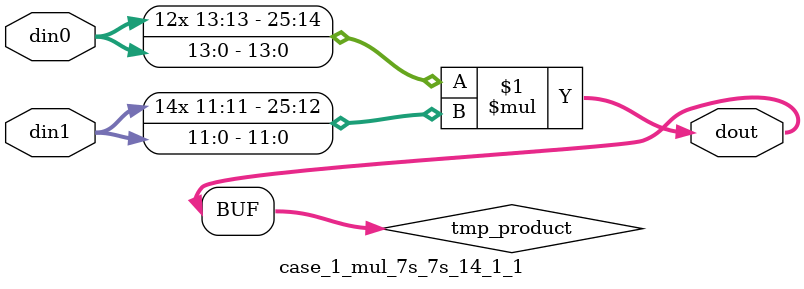
<source format=v>

`timescale 1 ns / 1 ps

 (* use_dsp = "no" *)  module case_1_mul_7s_7s_14_1_1(din0, din1, dout);
parameter ID = 1;
parameter NUM_STAGE = 0;
parameter din0_WIDTH = 14;
parameter din1_WIDTH = 12;
parameter dout_WIDTH = 26;

input [din0_WIDTH - 1 : 0] din0; 
input [din1_WIDTH - 1 : 0] din1; 
output [dout_WIDTH - 1 : 0] dout;

wire signed [dout_WIDTH - 1 : 0] tmp_product;



























assign tmp_product = $signed(din0) * $signed(din1);








assign dout = tmp_product;





















endmodule

</source>
